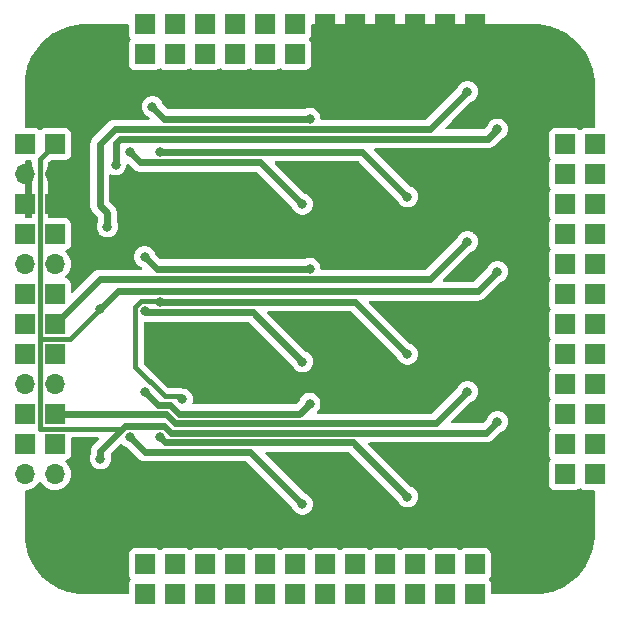
<source format=gbr>
%TF.GenerationSoftware,KiCad,Pcbnew,7.0.5*%
%TF.CreationDate,2024-12-02T20:01:47-05:00*%
%TF.ProjectId,eddie_bldc,65646469-655f-4626-9c64-632e6b696361,rev?*%
%TF.SameCoordinates,Original*%
%TF.FileFunction,Copper,L2,Bot*%
%TF.FilePolarity,Positive*%
%FSLAX46Y46*%
G04 Gerber Fmt 4.6, Leading zero omitted, Abs format (unit mm)*
G04 Created by KiCad (PCBNEW 7.0.5) date 2024-12-02 20:01:47*
%MOMM*%
%LPD*%
G01*
G04 APERTURE LIST*
%TA.AperFunction,ComponentPad*%
%ADD10R,1.700000X1.700000*%
%TD*%
%TA.AperFunction,ComponentPad*%
%ADD11O,1.700000X1.700000*%
%TD*%
%TA.AperFunction,ViaPad*%
%ADD12C,0.800000*%
%TD*%
%TA.AperFunction,ViaPad*%
%ADD13C,4.500000*%
%TD*%
%TA.AperFunction,Conductor*%
%ADD14C,0.400000*%
%TD*%
%TA.AperFunction,Conductor*%
%ADD15C,0.600000*%
%TD*%
G04 APERTURE END LIST*
D10*
%TO.P,J17,1,Pin_1*%
%TO.N,Net-(U5-LO)*%
X35560000Y-60960000D03*
%TD*%
%TO.P,J16,1,Pin_1*%
%TO.N,Net-(U1-HO)*%
X25400000Y-60960000D03*
%TD*%
%TO.P,J16,1,Pin_1*%
%TO.N,Net-(U1-LO)*%
X27940000Y-60960000D03*
%TD*%
%TO.P,J18,1,Pin_1*%
%TO.N,N/C*%
X43180000Y-60960000D03*
%TD*%
%TO.P,J16,1,Pin_1*%
%TO.N,Net-(U3-HO)*%
X30480000Y-60960000D03*
%TD*%
%TO.P,J16,1,Pin_1*%
%TO.N,Net-(U3-LO)*%
X22860000Y-60960000D03*
%TD*%
%TO.P,J17,1,Pin_1*%
%TO.N,N/C*%
X40640000Y-60960000D03*
%TD*%
%TO.P,J17,1,Pin_1*%
%TO.N,Net-(U5-HO)*%
X33020000Y-60960000D03*
%TD*%
%TO.P,J18,1,Pin_1*%
%TO.N,N/C*%
X48260000Y-60960000D03*
%TD*%
%TO.P,J17,1,Pin_1*%
%TO.N,N/C*%
X38100000Y-60960000D03*
%TD*%
%TO.P,J18,1,Pin_1*%
%TO.N,N/C*%
X45720000Y-60960000D03*
%TD*%
%TO.P,J18,1,Pin_1*%
%TO.N,N/C*%
X50800000Y-60960000D03*
%TD*%
%TO.P,J3,1,Pin_1*%
%TO.N,/Single_Phase2/en_hs*%
X12700000Y-48255000D03*
D11*
%TO.P,J3,2,Pin_2*%
%TO.N,/Single_Phase2/en_ls*%
X12700000Y-50795000D03*
%TD*%
D10*
%TO.P,J7,1,Pin_1*%
%TO.N,+5V*%
X12700000Y-22855000D03*
D11*
%TO.P,J7,2,Pin_2*%
%TO.N,GND*%
X12700000Y-25395000D03*
%TD*%
D10*
%TO.P,J5,1,Pin_1*%
%TO.N,/Single_Phase1/I_SENSE*%
X12700000Y-38095000D03*
%TD*%
%TO.P,J1,1,Pin_1*%
%TO.N,/Single_Phase/en_hs*%
X12700000Y-30475000D03*
D11*
%TO.P,J1,2,Pin_2*%
%TO.N,/Single_Phase/en_ls*%
X12700000Y-33015000D03*
%TD*%
D10*
%TO.P,J4,1,Pin_1*%
%TO.N,/Single_Phase/I_SENSE*%
X12700000Y-35555000D03*
%TD*%
%TO.P,J2,1,Pin_1*%
%TO.N,/Single_Phase1/en_hs*%
X12700000Y-40635000D03*
D11*
%TO.P,J2,2,Pin_2*%
%TO.N,/Single_Phase1/en_ls*%
X12700000Y-43175000D03*
%TD*%
D10*
%TO.P,J6,1,Pin_1*%
%TO.N,/Single_Phase2/I_SENSE*%
X12700000Y-45715000D03*
%TD*%
%TO.P,J13,1,Pin_1*%
%TO.N,GND*%
X12700000Y-27935000D03*
%TD*%
%TO.P,J13,1,Pin_1*%
%TO.N,GND*%
X50800000Y-12700000D03*
%TD*%
%TO.P,J12,1,Pin_1*%
%TO.N,VD*%
X25400000Y-12700000D03*
%TD*%
%TO.P,J13,1,Pin_1*%
%TO.N,GND*%
X43180000Y-12700000D03*
%TD*%
%TO.P,J14,1,Pin_1*%
%TO.N,GND*%
X45720000Y-12700000D03*
%TD*%
%TO.P,J12,1,Pin_1*%
%TO.N,VD*%
X33020000Y-12700000D03*
%TD*%
%TO.P,J10,1,Pin_1*%
%TO.N,VD*%
X35560000Y-12700000D03*
%TD*%
%TO.P,J15,1,Pin_1*%
%TO.N,GND*%
X48260000Y-12700000D03*
%TD*%
%TO.P,J11,1,Pin_1*%
%TO.N,VD*%
X30480000Y-12700000D03*
%TD*%
%TO.P,J11,1,Pin_1*%
%TO.N,VD*%
X22860000Y-12700000D03*
%TD*%
%TO.P,J14,1,Pin_1*%
%TO.N,GND*%
X38100000Y-12700000D03*
%TD*%
%TO.P,J10,1,Pin_1*%
%TO.N,VD*%
X27940000Y-12700000D03*
%TD*%
%TO.P,J15,1,Pin_1*%
%TO.N,GND*%
X40640000Y-12700000D03*
%TD*%
%TO.P,J18,1,Pin_1*%
%TO.N,/Single_Phase2/OUTPUT*%
X60960000Y-48260000D03*
%TD*%
%TO.P,J17,1,Pin_1*%
%TO.N,/Single_Phase1/OUTPUT*%
X60960000Y-33020000D03*
%TD*%
%TO.P,J16,1,Pin_1*%
%TO.N,/Single_Phase/OUTPUT*%
X60960000Y-27940000D03*
%TD*%
%TO.P,J18,1,Pin_1*%
%TO.N,/Single_Phase2/OUTPUT*%
X60960000Y-43180000D03*
%TD*%
%TO.P,J16,1,Pin_1*%
%TO.N,/Single_Phase/OUTPUT*%
X60960000Y-30480000D03*
%TD*%
%TO.P,J17,1,Pin_1*%
%TO.N,/Single_Phase1/OUTPUT*%
X60960000Y-38100000D03*
%TD*%
%TO.P,J18,1,Pin_1*%
%TO.N,/Single_Phase2/OUTPUT*%
X60960000Y-50800000D03*
%TD*%
%TO.P,J16,1,Pin_1*%
%TO.N,/Single_Phase/OUTPUT*%
X60960000Y-22860000D03*
%TD*%
%TO.P,J17,1,Pin_1*%
%TO.N,/Single_Phase1/OUTPUT*%
X60960000Y-35560000D03*
%TD*%
%TO.P,J17,1,Pin_1*%
%TO.N,/Single_Phase1/OUTPUT*%
X60960000Y-40640000D03*
%TD*%
%TO.P,J16,1,Pin_1*%
%TO.N,/Single_Phase/OUTPUT*%
X60960000Y-25400000D03*
%TD*%
%TO.P,J18,1,Pin_1*%
%TO.N,/Single_Phase2/OUTPUT*%
X60960000Y-45720000D03*
%TD*%
%TO.P,J13,1,Pin_1*%
%TO.N,GND*%
X15240000Y-27940000D03*
%TD*%
%TO.P,J18,1,Pin_1*%
%TO.N,N/C*%
X45720000Y-58420000D03*
%TD*%
%TO.P,J11,1,Pin_1*%
%TO.N,VD*%
X30480000Y-15240000D03*
%TD*%
%TO.P,J14,1,Pin_1*%
%TO.N,GND*%
X38100000Y-15240000D03*
%TD*%
%TO.P,J17,1,Pin_1*%
%TO.N,N/C*%
X38100000Y-58420000D03*
%TD*%
%TO.P,J15,1,Pin_1*%
%TO.N,GND*%
X48260000Y-15240000D03*
%TD*%
%TO.P,J2,1,Pin_1*%
%TO.N,/Single_Phase1/en_hs*%
X15240000Y-40640000D03*
D11*
%TO.P,J2,2,Pin_2*%
%TO.N,/Single_Phase1/en_ls*%
X15240000Y-43180000D03*
%TD*%
D10*
%TO.P,J11,1,Pin_1*%
%TO.N,VD*%
X22860000Y-15240000D03*
%TD*%
%TO.P,J18,1,Pin_1*%
%TO.N,N/C*%
X50800000Y-58420000D03*
%TD*%
%TO.P,J15,1,Pin_1*%
%TO.N,GND*%
X40640000Y-15240000D03*
%TD*%
%TO.P,J6,1,Pin_1*%
%TO.N,/Single_Phase2/I_SENSE*%
X15240000Y-45720000D03*
%TD*%
%TO.P,J18,1,Pin_1*%
%TO.N,/Single_Phase2/OUTPUT*%
X58420000Y-45720000D03*
%TD*%
%TO.P,J18,1,Pin_1*%
%TO.N,N/C*%
X48260000Y-58420000D03*
%TD*%
%TO.P,J10,1,Pin_1*%
%TO.N,VD*%
X27940000Y-15240000D03*
%TD*%
%TO.P,J17,1,Pin_1*%
%TO.N,/Single_Phase1/OUTPUT*%
X58420000Y-38100000D03*
%TD*%
%TO.P,J12,1,Pin_1*%
%TO.N,VD*%
X33020000Y-15240000D03*
%TD*%
%TO.P,J17,1,Pin_1*%
%TO.N,/Single_Phase1/OUTPUT*%
X58420000Y-35560000D03*
%TD*%
%TO.P,J17,1,Pin_1*%
%TO.N,N/C*%
X40640000Y-58420000D03*
%TD*%
%TO.P,J17,1,Pin_1*%
%TO.N,Net-(U5-HO)*%
X33020000Y-58420000D03*
%TD*%
%TO.P,J16,1,Pin_1*%
%TO.N,/Single_Phase/OUTPUT*%
X58420000Y-22860000D03*
%TD*%
%TO.P,J16,1,Pin_1*%
%TO.N,/Single_Phase/OUTPUT*%
X58420000Y-25400000D03*
%TD*%
%TO.P,J18,1,Pin_1*%
%TO.N,/Single_Phase2/OUTPUT*%
X58420000Y-50800000D03*
%TD*%
%TO.P,J1,1,Pin_1*%
%TO.N,/Single_Phase/en_hs*%
X15240000Y-30480000D03*
D11*
%TO.P,J1,2,Pin_2*%
%TO.N,/Single_Phase/en_ls*%
X15240000Y-33020000D03*
%TD*%
D10*
%TO.P,J4,1,Pin_1*%
%TO.N,/Single_Phase/I_SENSE*%
X15240000Y-35560000D03*
%TD*%
%TO.P,J17,1,Pin_1*%
%TO.N,/Single_Phase1/OUTPUT*%
X58420000Y-40640000D03*
%TD*%
%TO.P,J14,1,Pin_1*%
%TO.N,GND*%
X45720000Y-15240000D03*
%TD*%
%TO.P,J10,1,Pin_1*%
%TO.N,VD*%
X35560000Y-15240000D03*
%TD*%
%TO.P,J16,1,Pin_1*%
%TO.N,Net-(U3-LO)*%
X22860000Y-58420000D03*
%TD*%
%TO.P,J16,1,Pin_1*%
%TO.N,Net-(U3-HO)*%
X30480000Y-58420000D03*
%TD*%
%TO.P,J13,1,Pin_1*%
%TO.N,GND*%
X43180000Y-15240000D03*
%TD*%
%TO.P,J5,1,Pin_1*%
%TO.N,/Single_Phase1/I_SENSE*%
X15240000Y-38100000D03*
%TD*%
%TO.P,J7,1,Pin_1*%
%TO.N,+5V*%
X15240000Y-22860000D03*
D11*
%TO.P,J7,2,Pin_2*%
%TO.N,GND*%
X15240000Y-25400000D03*
%TD*%
D10*
%TO.P,J3,1,Pin_1*%
%TO.N,/Single_Phase2/en_hs*%
X15240000Y-48260000D03*
D11*
%TO.P,J3,2,Pin_2*%
%TO.N,/Single_Phase2/en_ls*%
X15240000Y-50800000D03*
%TD*%
D10*
%TO.P,J16,1,Pin_1*%
%TO.N,Net-(U1-LO)*%
X27940000Y-58420000D03*
%TD*%
%TO.P,J13,1,Pin_1*%
%TO.N,GND*%
X50800000Y-15240000D03*
%TD*%
%TO.P,J16,1,Pin_1*%
%TO.N,/Single_Phase/OUTPUT*%
X58420000Y-30480000D03*
%TD*%
%TO.P,J18,1,Pin_1*%
%TO.N,/Single_Phase2/OUTPUT*%
X58420000Y-43180000D03*
%TD*%
%TO.P,J12,1,Pin_1*%
%TO.N,VD*%
X25400000Y-15240000D03*
%TD*%
%TO.P,J16,1,Pin_1*%
%TO.N,Net-(U1-HO)*%
X25400000Y-58420000D03*
%TD*%
%TO.P,J16,1,Pin_1*%
%TO.N,/Single_Phase/OUTPUT*%
X58420000Y-27940000D03*
%TD*%
%TO.P,J17,1,Pin_1*%
%TO.N,/Single_Phase1/OUTPUT*%
X58420000Y-33020000D03*
%TD*%
%TO.P,J18,1,Pin_1*%
%TO.N,/Single_Phase2/OUTPUT*%
X58420000Y-48260000D03*
%TD*%
%TO.P,J17,1,Pin_1*%
%TO.N,Net-(U5-LO)*%
X35560000Y-58420000D03*
%TD*%
%TO.P,J18,1,Pin_1*%
%TO.N,N/C*%
X43180000Y-58420000D03*
%TD*%
D12*
%TO.N,Net-(U3-LO)*%
X26035000Y-44450000D03*
%TO.N,+5V*%
X19104050Y-49475950D03*
X52705000Y-21590000D03*
X20394802Y-24597609D03*
X19050000Y-36830000D03*
X52705000Y-33655000D03*
X52705000Y-46355000D03*
D13*
%TO.N,GND*%
X17780000Y-55900000D03*
D12*
X23495000Y-53975000D03*
D13*
X55930000Y-56140000D03*
D12*
X42545000Y-53975000D03*
X43180000Y-41910000D03*
X23495000Y-29845000D03*
D13*
X55930000Y-18020000D03*
D12*
X43180000Y-28575000D03*
D13*
X17780000Y-17780000D03*
D12*
X24103635Y-41936365D03*
%TO.N,/Single_Phase/OUTPUT_PRE_S*%
X36830000Y-20690500D03*
X23495000Y-19685000D03*
%TO.N,Net-(U1-HO)*%
X21590000Y-23495000D03*
X36195000Y-27940000D03*
%TO.N,Net-(U1-LO)*%
X24130000Y-23495000D03*
X45085000Y-27305000D03*
%TO.N,/Single_Phase/I_SENSE*%
X50165000Y-18415000D03*
X19686043Y-29846043D03*
%TO.N,/Single_Phase1/OUTPUT_PRE_S*%
X36830000Y-33390500D03*
X22860000Y-32385000D03*
%TO.N,/Single_Phase2/OUTPUT_PRE_S*%
X36830000Y-44820500D03*
X22860000Y-43815000D03*
%TO.N,Net-(U3-HO)*%
X36195000Y-41275000D03*
X22860000Y-36963585D03*
%TO.N,Net-(U3-LO)*%
X45085000Y-40640000D03*
X24130000Y-36195000D03*
%TO.N,/Single_Phase1/I_SENSE*%
X50165000Y-31115000D03*
%TO.N,Net-(U5-HO)*%
X36195000Y-53340000D03*
X21590000Y-47625000D03*
%TO.N,Net-(U5-LO)*%
X24130000Y-47625000D03*
X45085000Y-52705000D03*
%TO.N,/Single_Phase2/I_SENSE*%
X50165000Y-43815000D03*
%TD*%
D14*
%TO.N,Net-(U3-LO)*%
X25805000Y-44220000D02*
X26035000Y-44450000D01*
X24535000Y-44220000D02*
X25805000Y-44220000D01*
X22060000Y-41745000D02*
X24535000Y-44220000D01*
X22060000Y-36632214D02*
X22060000Y-41745000D01*
X22528629Y-36163585D02*
X22060000Y-36632214D01*
X24098585Y-36163585D02*
X22528629Y-36163585D01*
X24130000Y-36195000D02*
X24098585Y-36163585D01*
D15*
%TO.N,/Single_Phase2/OUTPUT_PRE_S*%
X23965000Y-44920000D02*
X22860000Y-43815000D01*
X24960533Y-44920000D02*
X23965000Y-44920000D01*
X25735533Y-45695000D02*
X24960533Y-44920000D01*
X36830000Y-44820500D02*
X35955500Y-45695000D01*
X35955500Y-45695000D02*
X25735533Y-45695000D01*
%TO.N,/Single_Phase2/I_SENSE*%
X24629163Y-45720000D02*
X15240000Y-45720000D01*
X25404163Y-46495000D02*
X24629163Y-45720000D01*
X47485000Y-46495000D02*
X25404163Y-46495000D01*
X50165000Y-43815000D02*
X47485000Y-46495000D01*
%TO.N,+5V*%
X25072793Y-47295000D02*
X51765000Y-47295000D01*
X51765000Y-47295000D02*
X52705000Y-46355000D01*
X24502793Y-46725000D02*
X25072793Y-47295000D01*
X21217207Y-46725000D02*
X24502793Y-46725000D01*
%TO.N,Net-(U5-LO)*%
X24600000Y-48095000D02*
X24130000Y-47625000D01*
X40475000Y-48095000D02*
X24600000Y-48095000D01*
X45085000Y-52705000D02*
X40475000Y-48095000D01*
%TO.N,Net-(U5-HO)*%
X22860000Y-48895000D02*
X21590000Y-47625000D01*
X31750000Y-48895000D02*
X22860000Y-48895000D01*
X36195000Y-53340000D02*
X31750000Y-48895000D01*
D14*
%TO.N,+5V*%
X20972207Y-46970000D02*
X21217207Y-46725000D01*
X13970000Y-46950000D02*
X13990000Y-46970000D01*
X13970000Y-39330000D02*
X13970000Y-46950000D01*
X13990000Y-46970000D02*
X20972207Y-46970000D01*
X13970000Y-39330000D02*
X14010000Y-39370000D01*
X14010000Y-39370000D02*
X16510000Y-39370000D01*
X16510000Y-39370000D02*
X19050000Y-36830000D01*
X13970000Y-24130000D02*
X13970000Y-39330000D01*
X15240000Y-22860000D02*
X13970000Y-24130000D01*
D15*
%TO.N,Net-(U3-HO)*%
X32015000Y-37095000D02*
X36195000Y-41275000D01*
X22860000Y-36963585D02*
X22991415Y-37095000D01*
X22991415Y-37095000D02*
X32015000Y-37095000D01*
%TO.N,+5V*%
X19104050Y-48838157D02*
X21217207Y-46725000D01*
X19104050Y-49475950D02*
X19104050Y-48838157D01*
X20585000Y-35295000D02*
X51065000Y-35295000D01*
X20394802Y-24597609D02*
X20394802Y-22785198D01*
X20790000Y-22390000D02*
X51905000Y-22390000D01*
X51065000Y-35295000D02*
X52705000Y-33655000D01*
X51905000Y-22390000D02*
X52705000Y-21590000D01*
X20394802Y-22785198D02*
X20790000Y-22390000D01*
X19050000Y-36830000D02*
X20585000Y-35295000D01*
%TO.N,/Single_Phase/OUTPUT_PRE_S*%
X36830000Y-20690500D02*
X24500500Y-20690500D01*
X24500500Y-20690500D02*
X23495000Y-19685000D01*
%TO.N,Net-(U1-HO)*%
X32650000Y-24395000D02*
X22490000Y-24395000D01*
X22490000Y-24395000D02*
X21590000Y-23495000D01*
X36195000Y-27940000D02*
X32650000Y-24395000D01*
%TO.N,Net-(U1-LO)*%
X45085000Y-27305000D02*
X41275000Y-23495000D01*
X41275000Y-23495000D02*
X24130000Y-23495000D01*
%TO.N,/Single_Phase/I_SENSE*%
X19050000Y-22860000D02*
X20320000Y-21590000D01*
X19686043Y-28678957D02*
X19050000Y-28042914D01*
X19050000Y-28042914D02*
X19050000Y-22860000D01*
X19686043Y-29846043D02*
X19686043Y-28678957D01*
X20320000Y-21590000D02*
X46990000Y-21590000D01*
X46990000Y-21590000D02*
X50165000Y-18415000D01*
%TO.N,/Single_Phase1/OUTPUT_PRE_S*%
X23865500Y-33390500D02*
X22860000Y-32385000D01*
X36830000Y-33390500D02*
X23865500Y-33390500D01*
%TO.N,Net-(U3-LO)*%
X45085000Y-40640000D02*
X40640000Y-36195000D01*
X40640000Y-36195000D02*
X24130000Y-36195000D01*
%TO.N,/Single_Phase1/I_SENSE*%
X19050000Y-34290000D02*
X15240000Y-38100000D01*
X50165000Y-31115000D02*
X46990000Y-34290000D01*
X46990000Y-34290000D02*
X19050000Y-34290000D01*
%TD*%
%TA.AperFunction,Conductor*%
%TO.N,GND*%
G36*
X21452540Y-12720185D02*
G01*
X21498295Y-12772989D01*
X21509501Y-12824500D01*
X21509501Y-13597876D01*
X21515908Y-13657483D01*
X21566202Y-13792328D01*
X21566203Y-13792330D01*
X21592284Y-13827169D01*
X21643576Y-13895687D01*
X21643578Y-13895689D01*
X21667995Y-13961153D01*
X21653144Y-14029426D01*
X21643578Y-14044311D01*
X21566203Y-14147669D01*
X21566202Y-14147671D01*
X21515908Y-14282517D01*
X21509756Y-14339748D01*
X21509501Y-14342123D01*
X21509500Y-14342135D01*
X21509500Y-16137870D01*
X21509501Y-16137876D01*
X21515908Y-16197483D01*
X21566202Y-16332328D01*
X21566206Y-16332335D01*
X21652452Y-16447544D01*
X21652455Y-16447547D01*
X21767664Y-16533793D01*
X21767671Y-16533797D01*
X21902517Y-16584091D01*
X21902516Y-16584091D01*
X21909444Y-16584835D01*
X21962127Y-16590500D01*
X23757872Y-16590499D01*
X23817483Y-16584091D01*
X23952331Y-16533796D01*
X24055690Y-16456421D01*
X24121152Y-16432004D01*
X24189425Y-16446855D01*
X24204303Y-16456416D01*
X24307665Y-16533793D01*
X24307668Y-16533795D01*
X24307671Y-16533797D01*
X24442517Y-16584091D01*
X24442516Y-16584091D01*
X24449444Y-16584835D01*
X24502127Y-16590500D01*
X26297872Y-16590499D01*
X26357483Y-16584091D01*
X26492331Y-16533796D01*
X26595690Y-16456421D01*
X26661152Y-16432004D01*
X26729425Y-16446855D01*
X26744303Y-16456416D01*
X26847665Y-16533793D01*
X26847668Y-16533795D01*
X26847671Y-16533797D01*
X26982517Y-16584091D01*
X26982516Y-16584091D01*
X26989444Y-16584835D01*
X27042127Y-16590500D01*
X28837872Y-16590499D01*
X28897483Y-16584091D01*
X29032331Y-16533796D01*
X29135690Y-16456421D01*
X29201152Y-16432004D01*
X29269425Y-16446855D01*
X29284303Y-16456416D01*
X29387665Y-16533793D01*
X29387668Y-16533795D01*
X29387671Y-16533797D01*
X29522517Y-16584091D01*
X29522516Y-16584091D01*
X29529444Y-16584835D01*
X29582127Y-16590500D01*
X31377872Y-16590499D01*
X31437483Y-16584091D01*
X31572331Y-16533796D01*
X31675690Y-16456421D01*
X31741152Y-16432004D01*
X31809425Y-16446855D01*
X31824303Y-16456416D01*
X31927665Y-16533793D01*
X31927668Y-16533795D01*
X31927671Y-16533797D01*
X32062517Y-16584091D01*
X32062516Y-16584091D01*
X32069444Y-16584835D01*
X32122127Y-16590500D01*
X33917872Y-16590499D01*
X33977483Y-16584091D01*
X34112331Y-16533796D01*
X34215690Y-16456421D01*
X34281152Y-16432004D01*
X34349425Y-16446855D01*
X34364303Y-16456416D01*
X34467665Y-16533793D01*
X34467668Y-16533795D01*
X34467671Y-16533797D01*
X34602517Y-16584091D01*
X34602516Y-16584091D01*
X34609444Y-16584835D01*
X34662127Y-16590500D01*
X36457872Y-16590499D01*
X36517483Y-16584091D01*
X36652331Y-16533796D01*
X36767546Y-16447546D01*
X36853796Y-16332331D01*
X36904091Y-16197483D01*
X36910500Y-16137873D01*
X36910499Y-14342128D01*
X36904091Y-14282517D01*
X36899669Y-14270662D01*
X36853797Y-14147671D01*
X36853793Y-14147664D01*
X36776422Y-14044310D01*
X36752004Y-13978846D01*
X36766855Y-13910573D01*
X36776411Y-13895702D01*
X36853796Y-13792331D01*
X36904091Y-13657483D01*
X36910500Y-13597873D01*
X36910500Y-12824499D01*
X36930185Y-12757461D01*
X36982989Y-12711706D01*
X37034500Y-12700500D01*
X55878720Y-12700500D01*
X55881279Y-12700552D01*
X56097547Y-12709497D01*
X56302732Y-12718456D01*
X56307654Y-12718870D01*
X56525758Y-12746057D01*
X56730849Y-12773058D01*
X56735420Y-12773837D01*
X56950328Y-12818898D01*
X57152714Y-12863766D01*
X57156969Y-12864869D01*
X57367452Y-12927533D01*
X57565378Y-12989939D01*
X57569180Y-12991277D01*
X57773348Y-13070944D01*
X57774453Y-13071388D01*
X57910777Y-13127856D01*
X57965763Y-13150632D01*
X57969246Y-13152202D01*
X58166123Y-13248450D01*
X58167341Y-13249064D01*
X58297930Y-13317045D01*
X58351061Y-13344704D01*
X58354170Y-13346437D01*
X58542329Y-13458555D01*
X58543839Y-13459485D01*
X58718522Y-13570771D01*
X58721203Y-13572580D01*
X58818020Y-13641706D01*
X58899439Y-13699838D01*
X58901155Y-13701109D01*
X59065405Y-13827142D01*
X59067733Y-13829019D01*
X59234843Y-13970554D01*
X59236648Y-13972143D01*
X59389339Y-14112059D01*
X59391255Y-14113893D01*
X59546104Y-14268742D01*
X59547942Y-14270662D01*
X59613435Y-14342135D01*
X59687844Y-14423338D01*
X59689444Y-14425155D01*
X59830979Y-14592265D01*
X59832856Y-14594593D01*
X59958889Y-14758843D01*
X59960160Y-14760559D01*
X60087412Y-14938786D01*
X60089239Y-14941494D01*
X60200490Y-15116123D01*
X60201443Y-15117669D01*
X60313561Y-15305828D01*
X60315294Y-15308937D01*
X60410896Y-15492583D01*
X60411582Y-15493942D01*
X60437400Y-15546754D01*
X60507786Y-15690731D01*
X60509366Y-15694235D01*
X60588596Y-15885512D01*
X60589074Y-15886701D01*
X60621194Y-15969017D01*
X60668708Y-16090785D01*
X60670072Y-16094657D01*
X60732463Y-16292540D01*
X60795124Y-16503013D01*
X60796232Y-16507286D01*
X60841103Y-16709682D01*
X60886157Y-16924559D01*
X60886947Y-16929192D01*
X60913943Y-17134252D01*
X60941126Y-17352322D01*
X60941543Y-17357288D01*
X60950518Y-17562844D01*
X60959446Y-17778718D01*
X60959499Y-17781281D01*
X60959500Y-21385500D01*
X60939815Y-21452539D01*
X60887011Y-21498294D01*
X60835500Y-21509500D01*
X60062129Y-21509500D01*
X60062123Y-21509501D01*
X60002516Y-21515908D01*
X59867671Y-21566202D01*
X59867669Y-21566203D01*
X59778216Y-21633168D01*
X59767651Y-21641078D01*
X59764311Y-21643578D01*
X59698847Y-21667995D01*
X59630574Y-21653144D01*
X59615689Y-21643578D01*
X59612349Y-21641078D01*
X59544117Y-21589999D01*
X59512330Y-21566203D01*
X59512328Y-21566202D01*
X59377482Y-21515908D01*
X59377483Y-21515908D01*
X59317883Y-21509501D01*
X59317881Y-21509500D01*
X59317873Y-21509500D01*
X59317864Y-21509500D01*
X57522129Y-21509500D01*
X57522123Y-21509501D01*
X57462516Y-21515908D01*
X57327671Y-21566202D01*
X57327664Y-21566206D01*
X57212455Y-21652452D01*
X57212452Y-21652455D01*
X57126206Y-21767664D01*
X57126202Y-21767671D01*
X57075908Y-21902517D01*
X57069914Y-21958277D01*
X57069501Y-21962123D01*
X57069500Y-21962135D01*
X57069500Y-23757870D01*
X57069501Y-23757876D01*
X57075908Y-23817483D01*
X57126202Y-23952328D01*
X57126203Y-23952330D01*
X57203578Y-24055689D01*
X57227995Y-24121153D01*
X57213144Y-24189426D01*
X57203578Y-24204311D01*
X57126203Y-24307669D01*
X57126202Y-24307671D01*
X57075908Y-24442517D01*
X57069501Y-24502116D01*
X57069500Y-24502135D01*
X57069500Y-26297870D01*
X57069501Y-26297876D01*
X57075908Y-26357483D01*
X57126202Y-26492328D01*
X57126203Y-26492330D01*
X57203578Y-26595689D01*
X57227995Y-26661153D01*
X57213144Y-26729426D01*
X57203578Y-26744311D01*
X57126203Y-26847669D01*
X57126202Y-26847671D01*
X57075908Y-26982517D01*
X57069501Y-27042116D01*
X57069500Y-27042135D01*
X57069500Y-28837870D01*
X57069501Y-28837876D01*
X57075908Y-28897483D01*
X57126202Y-29032328D01*
X57126203Y-29032330D01*
X57203578Y-29135689D01*
X57227995Y-29201153D01*
X57213144Y-29269426D01*
X57203578Y-29284311D01*
X57126203Y-29387669D01*
X57126202Y-29387671D01*
X57075908Y-29522517D01*
X57069501Y-29582116D01*
X57069501Y-29582123D01*
X57069500Y-29582135D01*
X57069500Y-31377870D01*
X57069501Y-31377876D01*
X57075908Y-31437483D01*
X57126202Y-31572328D01*
X57126203Y-31572330D01*
X57203578Y-31675689D01*
X57227995Y-31741153D01*
X57213144Y-31809426D01*
X57203578Y-31824311D01*
X57126203Y-31927669D01*
X57126202Y-31927671D01*
X57075908Y-32062517D01*
X57069501Y-32122116D01*
X57069500Y-32122135D01*
X57069500Y-33917870D01*
X57069501Y-33917876D01*
X57075908Y-33977483D01*
X57126202Y-34112328D01*
X57126203Y-34112330D01*
X57203578Y-34215689D01*
X57227995Y-34281153D01*
X57213144Y-34349426D01*
X57203578Y-34364311D01*
X57126203Y-34467669D01*
X57126202Y-34467671D01*
X57075908Y-34602517D01*
X57069501Y-34662116D01*
X57069501Y-34662123D01*
X57069500Y-34662135D01*
X57069500Y-36457870D01*
X57069501Y-36457876D01*
X57075908Y-36517483D01*
X57126202Y-36652328D01*
X57126203Y-36652330D01*
X57203578Y-36755689D01*
X57227995Y-36821153D01*
X57213144Y-36889426D01*
X57203578Y-36904311D01*
X57126203Y-37007669D01*
X57126202Y-37007671D01*
X57075908Y-37142517D01*
X57069501Y-37202116D01*
X57069500Y-37202135D01*
X57069500Y-38997870D01*
X57069501Y-38997876D01*
X57075908Y-39057483D01*
X57126202Y-39192328D01*
X57126203Y-39192330D01*
X57203578Y-39295689D01*
X57227995Y-39361153D01*
X57213144Y-39429426D01*
X57203578Y-39444311D01*
X57126203Y-39547669D01*
X57126202Y-39547671D01*
X57075908Y-39682517D01*
X57069501Y-39742116D01*
X57069500Y-39742135D01*
X57069500Y-41537870D01*
X57069501Y-41537876D01*
X57075908Y-41597483D01*
X57126202Y-41732328D01*
X57126203Y-41732330D01*
X57203578Y-41835689D01*
X57227995Y-41901153D01*
X57213144Y-41969426D01*
X57203578Y-41984311D01*
X57126203Y-42087669D01*
X57126202Y-42087671D01*
X57075908Y-42222517D01*
X57069501Y-42282116D01*
X57069500Y-42282135D01*
X57069500Y-44077870D01*
X57069501Y-44077876D01*
X57075908Y-44137483D01*
X57126202Y-44272328D01*
X57126203Y-44272330D01*
X57203578Y-44375689D01*
X57227995Y-44441153D01*
X57213144Y-44509426D01*
X57203578Y-44524311D01*
X57126203Y-44627669D01*
X57126202Y-44627671D01*
X57075908Y-44762517D01*
X57069501Y-44822116D01*
X57069500Y-44822135D01*
X57069500Y-46617870D01*
X57069501Y-46617876D01*
X57075908Y-46677483D01*
X57126202Y-46812328D01*
X57126203Y-46812330D01*
X57203578Y-46915689D01*
X57227995Y-46981153D01*
X57213144Y-47049426D01*
X57203578Y-47064311D01*
X57126203Y-47167669D01*
X57126202Y-47167671D01*
X57075908Y-47302517D01*
X57069501Y-47362116D01*
X57069500Y-47362135D01*
X57069500Y-49157870D01*
X57069501Y-49157876D01*
X57075908Y-49217483D01*
X57126202Y-49352328D01*
X57126203Y-49352330D01*
X57203578Y-49455689D01*
X57227995Y-49521153D01*
X57213144Y-49589426D01*
X57203578Y-49604311D01*
X57126203Y-49707669D01*
X57126202Y-49707671D01*
X57075908Y-49842517D01*
X57069501Y-49902116D01*
X57069500Y-49902135D01*
X57069500Y-51697870D01*
X57069501Y-51697876D01*
X57075908Y-51757483D01*
X57126202Y-51892328D01*
X57126206Y-51892335D01*
X57212452Y-52007544D01*
X57212455Y-52007547D01*
X57327664Y-52093793D01*
X57327671Y-52093797D01*
X57462517Y-52144091D01*
X57462516Y-52144091D01*
X57469444Y-52144835D01*
X57522127Y-52150500D01*
X59317872Y-52150499D01*
X59377483Y-52144091D01*
X59512331Y-52093796D01*
X59615690Y-52016421D01*
X59681152Y-51992004D01*
X59749425Y-52006855D01*
X59764303Y-52016416D01*
X59867665Y-52093793D01*
X59867668Y-52093795D01*
X59867671Y-52093797D01*
X60002517Y-52144091D01*
X60002516Y-52144091D01*
X60009444Y-52144835D01*
X60062127Y-52150500D01*
X60835500Y-52150499D01*
X60902539Y-52170183D01*
X60948294Y-52222987D01*
X60959500Y-52274499D01*
X60959500Y-55878719D01*
X60959447Y-55881281D01*
X60950518Y-56097156D01*
X60941543Y-56302710D01*
X60941126Y-56307676D01*
X60913943Y-56525746D01*
X60886947Y-56730806D01*
X60886157Y-56735439D01*
X60841103Y-56950316D01*
X60796232Y-57152712D01*
X60795124Y-57156985D01*
X60732463Y-57367458D01*
X60670072Y-57565341D01*
X60668700Y-57569237D01*
X60589074Y-57773297D01*
X60588596Y-57774486D01*
X60509366Y-57965763D01*
X60507786Y-57969267D01*
X60411602Y-58166016D01*
X60410896Y-58167415D01*
X60315294Y-58351061D01*
X60313561Y-58354170D01*
X60201443Y-58542329D01*
X60200472Y-58543905D01*
X60089244Y-58718497D01*
X60087412Y-58721212D01*
X59960160Y-58899439D01*
X59958889Y-58901155D01*
X59832856Y-59065405D01*
X59830979Y-59067733D01*
X59689444Y-59234843D01*
X59687844Y-59236660D01*
X59547952Y-59389325D01*
X59546082Y-59391279D01*
X59391279Y-59546082D01*
X59389325Y-59547952D01*
X59236660Y-59687844D01*
X59234843Y-59689444D01*
X59067733Y-59830979D01*
X59065405Y-59832856D01*
X58901155Y-59958889D01*
X58899439Y-59960160D01*
X58721212Y-60087412D01*
X58718497Y-60089244D01*
X58543905Y-60200472D01*
X58542329Y-60201443D01*
X58354170Y-60313561D01*
X58351061Y-60315294D01*
X58167415Y-60410896D01*
X58166016Y-60411602D01*
X57969267Y-60507786D01*
X57965763Y-60509366D01*
X57774486Y-60588596D01*
X57773297Y-60589074D01*
X57569237Y-60668700D01*
X57565341Y-60670072D01*
X57367458Y-60732463D01*
X57156985Y-60795124D01*
X57152712Y-60796232D01*
X56950316Y-60841103D01*
X56735439Y-60886157D01*
X56730806Y-60886947D01*
X56525746Y-60913943D01*
X56307676Y-60941126D01*
X56302710Y-60941543D01*
X56097266Y-60950513D01*
X55887125Y-60959205D01*
X55881280Y-60959447D01*
X55878720Y-60959500D01*
X52274499Y-60959500D01*
X52207460Y-60939815D01*
X52161705Y-60887011D01*
X52150499Y-60835500D01*
X52150499Y-60062129D01*
X52150498Y-60062123D01*
X52150497Y-60062116D01*
X52144091Y-60002517D01*
X52093796Y-59867669D01*
X52016421Y-59764309D01*
X51992004Y-59698848D01*
X52006855Y-59630575D01*
X52016416Y-59615696D01*
X52093796Y-59512331D01*
X52144091Y-59377483D01*
X52150500Y-59317873D01*
X52150499Y-57522128D01*
X52144091Y-57462517D01*
X52108636Y-57367458D01*
X52093797Y-57327671D01*
X52093793Y-57327664D01*
X52007547Y-57212455D01*
X52007544Y-57212452D01*
X51892335Y-57126206D01*
X51892328Y-57126202D01*
X51757482Y-57075908D01*
X51757483Y-57075908D01*
X51697883Y-57069501D01*
X51697881Y-57069500D01*
X51697873Y-57069500D01*
X51697864Y-57069500D01*
X49902129Y-57069500D01*
X49902123Y-57069501D01*
X49842516Y-57075908D01*
X49707671Y-57126202D01*
X49707669Y-57126203D01*
X49604311Y-57203578D01*
X49538847Y-57227995D01*
X49470574Y-57213144D01*
X49455689Y-57203578D01*
X49352330Y-57126203D01*
X49352328Y-57126202D01*
X49217482Y-57075908D01*
X49217483Y-57075908D01*
X49157883Y-57069501D01*
X49157881Y-57069500D01*
X49157873Y-57069500D01*
X49157864Y-57069500D01*
X47362129Y-57069500D01*
X47362123Y-57069501D01*
X47302516Y-57075908D01*
X47167671Y-57126202D01*
X47167669Y-57126203D01*
X47064311Y-57203578D01*
X46998847Y-57227995D01*
X46930574Y-57213144D01*
X46915689Y-57203578D01*
X46812330Y-57126203D01*
X46812328Y-57126202D01*
X46677482Y-57075908D01*
X46677483Y-57075908D01*
X46617883Y-57069501D01*
X46617881Y-57069500D01*
X46617873Y-57069500D01*
X46617864Y-57069500D01*
X44822129Y-57069500D01*
X44822123Y-57069501D01*
X44762516Y-57075908D01*
X44627671Y-57126202D01*
X44627669Y-57126203D01*
X44524311Y-57203578D01*
X44458847Y-57227995D01*
X44390574Y-57213144D01*
X44375689Y-57203578D01*
X44272330Y-57126203D01*
X44272328Y-57126202D01*
X44137482Y-57075908D01*
X44137483Y-57075908D01*
X44077883Y-57069501D01*
X44077881Y-57069500D01*
X44077873Y-57069500D01*
X44077864Y-57069500D01*
X42282129Y-57069500D01*
X42282123Y-57069501D01*
X42222516Y-57075908D01*
X42087671Y-57126202D01*
X42087669Y-57126203D01*
X41984311Y-57203578D01*
X41918847Y-57227995D01*
X41850574Y-57213144D01*
X41835689Y-57203578D01*
X41732330Y-57126203D01*
X41732328Y-57126202D01*
X41597482Y-57075908D01*
X41597483Y-57075908D01*
X41537883Y-57069501D01*
X41537881Y-57069500D01*
X41537873Y-57069500D01*
X41537864Y-57069500D01*
X39742129Y-57069500D01*
X39742123Y-57069501D01*
X39682516Y-57075908D01*
X39547671Y-57126202D01*
X39547669Y-57126203D01*
X39444311Y-57203578D01*
X39378847Y-57227995D01*
X39310574Y-57213144D01*
X39295689Y-57203578D01*
X39192330Y-57126203D01*
X39192328Y-57126202D01*
X39057482Y-57075908D01*
X39057483Y-57075908D01*
X38997883Y-57069501D01*
X38997881Y-57069500D01*
X38997873Y-57069500D01*
X38997864Y-57069500D01*
X37202129Y-57069500D01*
X37202123Y-57069501D01*
X37142516Y-57075908D01*
X37007671Y-57126202D01*
X37007669Y-57126203D01*
X36904311Y-57203578D01*
X36838847Y-57227995D01*
X36770574Y-57213144D01*
X36755689Y-57203578D01*
X36652330Y-57126203D01*
X36652328Y-57126202D01*
X36517482Y-57075908D01*
X36517483Y-57075908D01*
X36457883Y-57069501D01*
X36457881Y-57069500D01*
X36457873Y-57069500D01*
X36457864Y-57069500D01*
X34662129Y-57069500D01*
X34662123Y-57069501D01*
X34602516Y-57075908D01*
X34467671Y-57126202D01*
X34467669Y-57126203D01*
X34364311Y-57203578D01*
X34298847Y-57227995D01*
X34230574Y-57213144D01*
X34215689Y-57203578D01*
X34112330Y-57126203D01*
X34112328Y-57126202D01*
X33977482Y-57075908D01*
X33977483Y-57075908D01*
X33917883Y-57069501D01*
X33917881Y-57069500D01*
X33917873Y-57069500D01*
X33917864Y-57069500D01*
X32122129Y-57069500D01*
X32122123Y-57069501D01*
X32062516Y-57075908D01*
X31927671Y-57126202D01*
X31927669Y-57126203D01*
X31824311Y-57203578D01*
X31758847Y-57227995D01*
X31690574Y-57213144D01*
X31675689Y-57203578D01*
X31572330Y-57126203D01*
X31572328Y-57126202D01*
X31437482Y-57075908D01*
X31437483Y-57075908D01*
X31377883Y-57069501D01*
X31377881Y-57069500D01*
X31377873Y-57069500D01*
X31377864Y-57069500D01*
X29582129Y-57069500D01*
X29582123Y-57069501D01*
X29522516Y-57075908D01*
X29387671Y-57126202D01*
X29387669Y-57126203D01*
X29284311Y-57203578D01*
X29218847Y-57227995D01*
X29150574Y-57213144D01*
X29135689Y-57203578D01*
X29032330Y-57126203D01*
X29032328Y-57126202D01*
X28897482Y-57075908D01*
X28897483Y-57075908D01*
X28837883Y-57069501D01*
X28837881Y-57069500D01*
X28837873Y-57069500D01*
X28837864Y-57069500D01*
X27042129Y-57069500D01*
X27042123Y-57069501D01*
X26982516Y-57075908D01*
X26847671Y-57126202D01*
X26847669Y-57126203D01*
X26744311Y-57203578D01*
X26678847Y-57227995D01*
X26610574Y-57213144D01*
X26595689Y-57203578D01*
X26492330Y-57126203D01*
X26492328Y-57126202D01*
X26357482Y-57075908D01*
X26357483Y-57075908D01*
X26297883Y-57069501D01*
X26297881Y-57069500D01*
X26297873Y-57069500D01*
X26297864Y-57069500D01*
X24502129Y-57069500D01*
X24502123Y-57069501D01*
X24442516Y-57075908D01*
X24307671Y-57126202D01*
X24307669Y-57126203D01*
X24204311Y-57203578D01*
X24138847Y-57227995D01*
X24070574Y-57213144D01*
X24055689Y-57203578D01*
X23952330Y-57126203D01*
X23952328Y-57126202D01*
X23817482Y-57075908D01*
X23817483Y-57075908D01*
X23757883Y-57069501D01*
X23757881Y-57069500D01*
X23757873Y-57069500D01*
X23757864Y-57069500D01*
X21962129Y-57069500D01*
X21962123Y-57069501D01*
X21902516Y-57075908D01*
X21767671Y-57126202D01*
X21767664Y-57126206D01*
X21652455Y-57212452D01*
X21652452Y-57212455D01*
X21566206Y-57327664D01*
X21566202Y-57327671D01*
X21515908Y-57462517D01*
X21509501Y-57522116D01*
X21509501Y-57522123D01*
X21509500Y-57522135D01*
X21509500Y-59317870D01*
X21509501Y-59317876D01*
X21515908Y-59377483D01*
X21566202Y-59512328D01*
X21566203Y-59512330D01*
X21643578Y-59615689D01*
X21667995Y-59681153D01*
X21653144Y-59749426D01*
X21643578Y-59764311D01*
X21566203Y-59867669D01*
X21566202Y-59867671D01*
X21515908Y-60002517D01*
X21509501Y-60062116D01*
X21509501Y-60062123D01*
X21509500Y-60062135D01*
X21509500Y-60835500D01*
X21489815Y-60902539D01*
X21437011Y-60948294D01*
X21385500Y-60959500D01*
X17781280Y-60959500D01*
X17778719Y-60959447D01*
X17772264Y-60959180D01*
X17562732Y-60950513D01*
X17357288Y-60941543D01*
X17352322Y-60941126D01*
X17134252Y-60913943D01*
X16929192Y-60886947D01*
X16924559Y-60886157D01*
X16709682Y-60841103D01*
X16507286Y-60796232D01*
X16503013Y-60795124D01*
X16292540Y-60732463D01*
X16094657Y-60670072D01*
X16090785Y-60668708D01*
X15958255Y-60616995D01*
X15886701Y-60589074D01*
X15885512Y-60588596D01*
X15694235Y-60509366D01*
X15690731Y-60507786D01*
X15636184Y-60481119D01*
X15493942Y-60411582D01*
X15492583Y-60410896D01*
X15308937Y-60315294D01*
X15305828Y-60313561D01*
X15117669Y-60201443D01*
X15116123Y-60200490D01*
X14941494Y-60089239D01*
X14938786Y-60087412D01*
X14760559Y-59960160D01*
X14758843Y-59958889D01*
X14594593Y-59832856D01*
X14592265Y-59830979D01*
X14425155Y-59689444D01*
X14423338Y-59687844D01*
X14270673Y-59547952D01*
X14268742Y-59546104D01*
X14113893Y-59391255D01*
X14112059Y-59389339D01*
X13972143Y-59236648D01*
X13970554Y-59234843D01*
X13829019Y-59067733D01*
X13827142Y-59065405D01*
X13701109Y-58901155D01*
X13699838Y-58899439D01*
X13572580Y-58721203D01*
X13570771Y-58718522D01*
X13459485Y-58543839D01*
X13458555Y-58542329D01*
X13346437Y-58354170D01*
X13344704Y-58351061D01*
X13317045Y-58297930D01*
X13249064Y-58167341D01*
X13248450Y-58166123D01*
X13152202Y-57969246D01*
X13150632Y-57965763D01*
X13071402Y-57774486D01*
X13070943Y-57773346D01*
X12991277Y-57569180D01*
X12989939Y-57565378D01*
X12927529Y-57367438D01*
X12915688Y-57327664D01*
X12864869Y-57156969D01*
X12863766Y-57152712D01*
X12846739Y-57075908D01*
X12818896Y-56950316D01*
X12773837Y-56735420D01*
X12773058Y-56730849D01*
X12746055Y-56525746D01*
X12718870Y-56307654D01*
X12718456Y-56302732D01*
X12709502Y-56097672D01*
X12700552Y-55881280D01*
X12700500Y-55878719D01*
X12700500Y-52264239D01*
X12720185Y-52197200D01*
X12772989Y-52151445D01*
X12813688Y-52140712D01*
X12935408Y-52130063D01*
X13163663Y-52068903D01*
X13377830Y-51969035D01*
X13571401Y-51833495D01*
X13738495Y-51666401D01*
X13866674Y-51483341D01*
X13921251Y-51439717D01*
X13990749Y-51432523D01*
X14053104Y-51464046D01*
X14069823Y-51483340D01*
X14201505Y-51671401D01*
X14368599Y-51838495D01*
X14465384Y-51906265D01*
X14562165Y-51974032D01*
X14562167Y-51974033D01*
X14562170Y-51974035D01*
X14776337Y-52073903D01*
X15004592Y-52135063D01*
X15181034Y-52150500D01*
X15239999Y-52155659D01*
X15240000Y-52155659D01*
X15240001Y-52155659D01*
X15288165Y-52151445D01*
X15475408Y-52135063D01*
X15703663Y-52073903D01*
X15917830Y-51974035D01*
X16111401Y-51838495D01*
X16278495Y-51671401D01*
X16414035Y-51477830D01*
X16513903Y-51263663D01*
X16575063Y-51035408D01*
X16595659Y-50800000D01*
X16575063Y-50564592D01*
X16513903Y-50336337D01*
X16414035Y-50122171D01*
X16406674Y-50111659D01*
X16278496Y-49928600D01*
X16252012Y-49902116D01*
X16156567Y-49806671D01*
X16123084Y-49745351D01*
X16128068Y-49675659D01*
X16169939Y-49619725D01*
X16200915Y-49602810D01*
X16332331Y-49553796D01*
X16447546Y-49467546D01*
X16533796Y-49352331D01*
X16584091Y-49217483D01*
X16590500Y-49157873D01*
X16590499Y-47794499D01*
X16610184Y-47727461D01*
X16662987Y-47681706D01*
X16714499Y-47670500D01*
X18840267Y-47670500D01*
X18907306Y-47690185D01*
X18953061Y-47742989D01*
X18963005Y-47812147D01*
X18933980Y-47875703D01*
X18927953Y-47882175D01*
X18754768Y-48055360D01*
X18584347Y-48225781D01*
X18584346Y-48225781D01*
X18584347Y-48225782D01*
X18474233Y-48335896D01*
X18452016Y-48371253D01*
X18447991Y-48376926D01*
X18421960Y-48409567D01*
X18403841Y-48447190D01*
X18400477Y-48453277D01*
X18378262Y-48488633D01*
X18378258Y-48488640D01*
X18364466Y-48528052D01*
X18361805Y-48534477D01*
X18343689Y-48572096D01*
X18334394Y-48612816D01*
X18332469Y-48619498D01*
X18318682Y-48658901D01*
X18314005Y-48700392D01*
X18312841Y-48707246D01*
X18303550Y-48747963D01*
X18303550Y-49028229D01*
X18286938Y-49090227D01*
X18276871Y-49107663D01*
X18241189Y-49217482D01*
X18218376Y-49287694D01*
X18198590Y-49475950D01*
X18218376Y-49664206D01*
X18218377Y-49664209D01*
X18276868Y-49844227D01*
X18276871Y-49844234D01*
X18371517Y-50008166D01*
X18464703Y-50111659D01*
X18498179Y-50148838D01*
X18651315Y-50260098D01*
X18651320Y-50260101D01*
X18824242Y-50337092D01*
X18824247Y-50337094D01*
X19009404Y-50376450D01*
X19009405Y-50376450D01*
X19198694Y-50376450D01*
X19198696Y-50376450D01*
X19383853Y-50337094D01*
X19556780Y-50260101D01*
X19709921Y-50148838D01*
X19836583Y-50008166D01*
X19931229Y-49844234D01*
X19989724Y-49664206D01*
X20009510Y-49475950D01*
X19989724Y-49287694D01*
X19963387Y-49206641D01*
X19961392Y-49136804D01*
X19993636Y-49080647D01*
X20793310Y-48280973D01*
X20854631Y-48247490D01*
X20924323Y-48252474D01*
X20973138Y-48285682D01*
X20984127Y-48297886D01*
X20984130Y-48297889D01*
X21137265Y-48409148D01*
X21137270Y-48409151D01*
X21305190Y-48483915D01*
X21342435Y-48509513D01*
X22247619Y-49414698D01*
X22247625Y-49414703D01*
X22357738Y-49524816D01*
X22393089Y-49547028D01*
X22398765Y-49551055D01*
X22431411Y-49577090D01*
X22431412Y-49577091D01*
X22452548Y-49587269D01*
X22469035Y-49595208D01*
X22475112Y-49598567D01*
X22486146Y-49605500D01*
X22510477Y-49620789D01*
X22549891Y-49634581D01*
X22556320Y-49637244D01*
X22593941Y-49655361D01*
X22634641Y-49664650D01*
X22641328Y-49666576D01*
X22680742Y-49680367D01*
X22680745Y-49680368D01*
X22722241Y-49685043D01*
X22729093Y-49686207D01*
X22769806Y-49695500D01*
X22815046Y-49695500D01*
X31367060Y-49695500D01*
X31434099Y-49715185D01*
X31454741Y-49731819D01*
X35316262Y-53593340D01*
X35346512Y-53642703D01*
X35367818Y-53708277D01*
X35367821Y-53708284D01*
X35462467Y-53872216D01*
X35589129Y-54012888D01*
X35742265Y-54124148D01*
X35742270Y-54124151D01*
X35915192Y-54201142D01*
X35915197Y-54201144D01*
X36100354Y-54240500D01*
X36100355Y-54240500D01*
X36289644Y-54240500D01*
X36289646Y-54240500D01*
X36474803Y-54201144D01*
X36647730Y-54124151D01*
X36800871Y-54012888D01*
X36927533Y-53872216D01*
X37022179Y-53708284D01*
X37080674Y-53528256D01*
X37100460Y-53340000D01*
X37080674Y-53151744D01*
X37022179Y-52971716D01*
X36927533Y-52807784D01*
X36800871Y-52667112D01*
X36800870Y-52667111D01*
X36647734Y-52555851D01*
X36647729Y-52555848D01*
X36479809Y-52481084D01*
X36442564Y-52455486D01*
X33094259Y-49107181D01*
X33060774Y-49045858D01*
X33065758Y-48976166D01*
X33107630Y-48920233D01*
X33173094Y-48895816D01*
X33181940Y-48895500D01*
X40092060Y-48895500D01*
X40159099Y-48915185D01*
X40179741Y-48931819D01*
X44206262Y-52958340D01*
X44236512Y-53007703D01*
X44257818Y-53073277D01*
X44257821Y-53073284D01*
X44352467Y-53237216D01*
X44479129Y-53377888D01*
X44632265Y-53489148D01*
X44632270Y-53489151D01*
X44805192Y-53566142D01*
X44805197Y-53566144D01*
X44990354Y-53605500D01*
X44990355Y-53605500D01*
X45179644Y-53605500D01*
X45179646Y-53605500D01*
X45364803Y-53566144D01*
X45537730Y-53489151D01*
X45690871Y-53377888D01*
X45817533Y-53237216D01*
X45912179Y-53073284D01*
X45970674Y-52893256D01*
X45990460Y-52705000D01*
X45970674Y-52516744D01*
X45912179Y-52336716D01*
X45817533Y-52172784D01*
X45690871Y-52032112D01*
X45690870Y-52032111D01*
X45537734Y-51920851D01*
X45537729Y-51920848D01*
X45369809Y-51846084D01*
X45332564Y-51820486D01*
X41819259Y-48307181D01*
X41785774Y-48245858D01*
X41790758Y-48176166D01*
X41832630Y-48120233D01*
X41898094Y-48095816D01*
X41906940Y-48095500D01*
X51855194Y-48095500D01*
X51895903Y-48086208D01*
X51902760Y-48085043D01*
X51944255Y-48080368D01*
X51983680Y-48066571D01*
X51990321Y-48064658D01*
X52031061Y-48055360D01*
X52068693Y-48037236D01*
X52075105Y-48034580D01*
X52114522Y-48020789D01*
X52149889Y-47998565D01*
X52155961Y-47995209D01*
X52193587Y-47977091D01*
X52226236Y-47951052D01*
X52231895Y-47947037D01*
X52267262Y-47924816D01*
X52394816Y-47797262D01*
X52952566Y-47239510D01*
X52989801Y-47213918D01*
X53157730Y-47139151D01*
X53310871Y-47027888D01*
X53437533Y-46887216D01*
X53532179Y-46723284D01*
X53590674Y-46543256D01*
X53610460Y-46355000D01*
X53590674Y-46166744D01*
X53532179Y-45986716D01*
X53437533Y-45822784D01*
X53310871Y-45682112D01*
X53277933Y-45658181D01*
X53157734Y-45570851D01*
X53157729Y-45570848D01*
X52984807Y-45493857D01*
X52984802Y-45493855D01*
X52839001Y-45462865D01*
X52799646Y-45454500D01*
X52610354Y-45454500D01*
X52577897Y-45461398D01*
X52425197Y-45493855D01*
X52425192Y-45493857D01*
X52252270Y-45570848D01*
X52252265Y-45570851D01*
X52099129Y-45682111D01*
X51972466Y-45822785D01*
X51877821Y-45986715D01*
X51877816Y-45986725D01*
X51856510Y-46052298D01*
X51826261Y-46101659D01*
X51469741Y-46458181D01*
X51408418Y-46491666D01*
X51382060Y-46494500D01*
X48916940Y-46494500D01*
X48849901Y-46474815D01*
X48804146Y-46422011D01*
X48794202Y-46352853D01*
X48823227Y-46289297D01*
X48829259Y-46282819D01*
X49125363Y-45986715D01*
X50412566Y-44699510D01*
X50449801Y-44673918D01*
X50617730Y-44599151D01*
X50770871Y-44487888D01*
X50897533Y-44347216D01*
X50992179Y-44183284D01*
X51050674Y-44003256D01*
X51070460Y-43815000D01*
X51050674Y-43626744D01*
X50992179Y-43446716D01*
X50897533Y-43282784D01*
X50770871Y-43142112D01*
X50763904Y-43137050D01*
X50617734Y-43030851D01*
X50617729Y-43030848D01*
X50444807Y-42953857D01*
X50444802Y-42953855D01*
X50299000Y-42922865D01*
X50259646Y-42914500D01*
X50070354Y-42914500D01*
X50037897Y-42921398D01*
X49885197Y-42953855D01*
X49885192Y-42953857D01*
X49712270Y-43030848D01*
X49712265Y-43030851D01*
X49559129Y-43142111D01*
X49432466Y-43282785D01*
X49337821Y-43446715D01*
X49337816Y-43446725D01*
X49316510Y-43512298D01*
X49286261Y-43561659D01*
X47189741Y-45658181D01*
X47128418Y-45691666D01*
X47102060Y-45694500D01*
X37533297Y-45694500D01*
X37466258Y-45674815D01*
X37420503Y-45622011D01*
X37410559Y-45552853D01*
X37439584Y-45489297D01*
X37441147Y-45487528D01*
X37562533Y-45352716D01*
X37657179Y-45188784D01*
X37715674Y-45008756D01*
X37735460Y-44820500D01*
X37715674Y-44632244D01*
X37657179Y-44452216D01*
X37562533Y-44288284D01*
X37435871Y-44147612D01*
X37421930Y-44137483D01*
X37282734Y-44036351D01*
X37282729Y-44036348D01*
X37109807Y-43959357D01*
X37109802Y-43959355D01*
X36964000Y-43928365D01*
X36924646Y-43920000D01*
X36735354Y-43920000D01*
X36702897Y-43926898D01*
X36550197Y-43959355D01*
X36550192Y-43959357D01*
X36377270Y-44036348D01*
X36377265Y-44036351D01*
X36224129Y-44147611D01*
X36097466Y-44288285D01*
X36002821Y-44452215D01*
X36002816Y-44452225D01*
X35981510Y-44517798D01*
X35951261Y-44567159D01*
X35660239Y-44858182D01*
X35598919Y-44891666D01*
X35572560Y-44894500D01*
X27008087Y-44894500D01*
X26941048Y-44874815D01*
X26895293Y-44822011D01*
X26885349Y-44752853D01*
X26890156Y-44732182D01*
X26901345Y-44697741D01*
X26920674Y-44638256D01*
X26940460Y-44450000D01*
X26920674Y-44261744D01*
X26862179Y-44081716D01*
X26767533Y-43917784D01*
X26640871Y-43777112D01*
X26640870Y-43777111D01*
X26487734Y-43665851D01*
X26487729Y-43665848D01*
X26314807Y-43588857D01*
X26314802Y-43588855D01*
X26169001Y-43557865D01*
X26129646Y-43549500D01*
X26129645Y-43549500D01*
X26043632Y-43549500D01*
X26021269Y-43547467D01*
X26014932Y-43546305D01*
X26013452Y-43546033D01*
X26004945Y-43544474D01*
X25983343Y-43538451D01*
X25973874Y-43534860D01*
X25973870Y-43534859D01*
X25912313Y-43527384D01*
X25908612Y-43526821D01*
X25847608Y-43515642D01*
X25847603Y-43515642D01*
X25785697Y-43519387D01*
X25781952Y-43519500D01*
X24876518Y-43519500D01*
X24809479Y-43499815D01*
X24788837Y-43483181D01*
X22796819Y-41491162D01*
X22763334Y-41429839D01*
X22760500Y-41403481D01*
X22760500Y-38018400D01*
X22780185Y-37951361D01*
X22832989Y-37905606D01*
X22894257Y-37895840D01*
X22894257Y-37895500D01*
X22896391Y-37895500D01*
X22898392Y-37895181D01*
X22901220Y-37895499D01*
X22901221Y-37895500D01*
X22946461Y-37895500D01*
X31632060Y-37895500D01*
X31699099Y-37915185D01*
X31719741Y-37931819D01*
X35316260Y-41528337D01*
X35346509Y-41577698D01*
X35367817Y-41643274D01*
X35367821Y-41643284D01*
X35462467Y-41807216D01*
X35576441Y-41933797D01*
X35589129Y-41947888D01*
X35742265Y-42059148D01*
X35742270Y-42059151D01*
X35915192Y-42136142D01*
X35915197Y-42136144D01*
X36100354Y-42175500D01*
X36100355Y-42175500D01*
X36289644Y-42175500D01*
X36289646Y-42175500D01*
X36474803Y-42136144D01*
X36647730Y-42059151D01*
X36800871Y-41947888D01*
X36927533Y-41807216D01*
X37022179Y-41643284D01*
X37080674Y-41463256D01*
X37100460Y-41275000D01*
X37080674Y-41086744D01*
X37022179Y-40906716D01*
X36927533Y-40742784D01*
X36800871Y-40602112D01*
X36800870Y-40602111D01*
X36647734Y-40490851D01*
X36647729Y-40490848D01*
X36479808Y-40416084D01*
X36442563Y-40390486D01*
X33259259Y-37207181D01*
X33225774Y-37145858D01*
X33230758Y-37076166D01*
X33272630Y-37020233D01*
X33338094Y-36995816D01*
X33346940Y-36995500D01*
X40257060Y-36995500D01*
X40324099Y-37015185D01*
X40344741Y-37031819D01*
X44206262Y-40893340D01*
X44236512Y-40942703D01*
X44257818Y-41008277D01*
X44257821Y-41008284D01*
X44352467Y-41172216D01*
X44479129Y-41312888D01*
X44632265Y-41424148D01*
X44632270Y-41424151D01*
X44805192Y-41501142D01*
X44805197Y-41501144D01*
X44990354Y-41540500D01*
X44990355Y-41540500D01*
X45179644Y-41540500D01*
X45179646Y-41540500D01*
X45364803Y-41501144D01*
X45537730Y-41424151D01*
X45690871Y-41312888D01*
X45817533Y-41172216D01*
X45912179Y-41008284D01*
X45970674Y-40828256D01*
X45990460Y-40640000D01*
X45970674Y-40451744D01*
X45912179Y-40271716D01*
X45817533Y-40107784D01*
X45690871Y-39967112D01*
X45690870Y-39967111D01*
X45537734Y-39855851D01*
X45537729Y-39855848D01*
X45369809Y-39781084D01*
X45332564Y-39755486D01*
X41884259Y-36307181D01*
X41850774Y-36245858D01*
X41855758Y-36176166D01*
X41897630Y-36120233D01*
X41963094Y-36095816D01*
X41971940Y-36095500D01*
X51155194Y-36095500D01*
X51195903Y-36086208D01*
X51202760Y-36085043D01*
X51244255Y-36080368D01*
X51283680Y-36066571D01*
X51290321Y-36064658D01*
X51331061Y-36055360D01*
X51368693Y-36037236D01*
X51375105Y-36034580D01*
X51414522Y-36020789D01*
X51449889Y-35998565D01*
X51455961Y-35995209D01*
X51493587Y-35977091D01*
X51526236Y-35951052D01*
X51531895Y-35947037D01*
X51567262Y-35924816D01*
X51694816Y-35797262D01*
X51753375Y-35738703D01*
X51753388Y-35738688D01*
X52952566Y-34539510D01*
X52989801Y-34513918D01*
X53157730Y-34439151D01*
X53310871Y-34327888D01*
X53437533Y-34187216D01*
X53532179Y-34023284D01*
X53590674Y-33843256D01*
X53610460Y-33655000D01*
X53590674Y-33466744D01*
X53532179Y-33286716D01*
X53437533Y-33122784D01*
X53310871Y-32982112D01*
X53310870Y-32982111D01*
X53157734Y-32870851D01*
X53157729Y-32870848D01*
X52984807Y-32793857D01*
X52984802Y-32793855D01*
X52839001Y-32762865D01*
X52799646Y-32754500D01*
X52610354Y-32754500D01*
X52577897Y-32761398D01*
X52425197Y-32793855D01*
X52425192Y-32793857D01*
X52252270Y-32870848D01*
X52252265Y-32870851D01*
X52099129Y-32982111D01*
X51972466Y-33122785D01*
X51877821Y-33286715D01*
X51877816Y-33286725D01*
X51856510Y-33352298D01*
X51826261Y-33401659D01*
X50769741Y-34458181D01*
X50708418Y-34491666D01*
X50682060Y-34494500D01*
X48216940Y-34494500D01*
X48149901Y-34474815D01*
X48104146Y-34422011D01*
X48094202Y-34352853D01*
X48123227Y-34289297D01*
X48129259Y-34282819D01*
X48624340Y-33787738D01*
X50412566Y-31999510D01*
X50449801Y-31973918D01*
X50617730Y-31899151D01*
X50770871Y-31787888D01*
X50897533Y-31647216D01*
X50992179Y-31483284D01*
X51050674Y-31303256D01*
X51070460Y-31115000D01*
X51050674Y-30926744D01*
X50992179Y-30746716D01*
X50897533Y-30582784D01*
X50770871Y-30442112D01*
X50682985Y-30378259D01*
X50617734Y-30330851D01*
X50617729Y-30330848D01*
X50444807Y-30253857D01*
X50444802Y-30253855D01*
X50299000Y-30222865D01*
X50259646Y-30214500D01*
X50070354Y-30214500D01*
X50037897Y-30221398D01*
X49885197Y-30253855D01*
X49885192Y-30253857D01*
X49712270Y-30330848D01*
X49712265Y-30330851D01*
X49559129Y-30442111D01*
X49432466Y-30582785D01*
X49337821Y-30746715D01*
X49337816Y-30746725D01*
X49316510Y-30812298D01*
X49286261Y-30861659D01*
X46694741Y-33453181D01*
X46633418Y-33486666D01*
X46607060Y-33489500D01*
X37857515Y-33489500D01*
X37790476Y-33469815D01*
X37744721Y-33417011D01*
X37734195Y-33378465D01*
X37715674Y-33202244D01*
X37657179Y-33022216D01*
X37562533Y-32858284D01*
X37435871Y-32717612D01*
X37435870Y-32717611D01*
X37282734Y-32606351D01*
X37282729Y-32606348D01*
X37109807Y-32529357D01*
X37109802Y-32529355D01*
X36964001Y-32498365D01*
X36924646Y-32490000D01*
X36735354Y-32490000D01*
X36702897Y-32496898D01*
X36550197Y-32529355D01*
X36550192Y-32529357D01*
X36438069Y-32579279D01*
X36387633Y-32590000D01*
X24248440Y-32590000D01*
X24181401Y-32570315D01*
X24160759Y-32553681D01*
X23738736Y-32131658D01*
X23708486Y-32082294D01*
X23690414Y-32026674D01*
X23687179Y-32016716D01*
X23687177Y-32016712D01*
X23592534Y-31852785D01*
X23465870Y-31712111D01*
X23312734Y-31600851D01*
X23312729Y-31600848D01*
X23139807Y-31523857D01*
X23139802Y-31523855D01*
X22994001Y-31492865D01*
X22954646Y-31484500D01*
X22765354Y-31484500D01*
X22732897Y-31491398D01*
X22580197Y-31523855D01*
X22580192Y-31523857D01*
X22407270Y-31600848D01*
X22407265Y-31600851D01*
X22254129Y-31712111D01*
X22127466Y-31852785D01*
X22032821Y-32016715D01*
X22032818Y-32016722D01*
X21989969Y-32148599D01*
X21974326Y-32196744D01*
X21954540Y-32385000D01*
X21974326Y-32573256D01*
X21974327Y-32573259D01*
X22032818Y-32753277D01*
X22032821Y-32753284D01*
X22127467Y-32917216D01*
X22222009Y-33022215D01*
X22254129Y-33057888D01*
X22407265Y-33169148D01*
X22407270Y-33169151D01*
X22575190Y-33243915D01*
X22612435Y-33269513D01*
X22620741Y-33277819D01*
X22654226Y-33339142D01*
X22649242Y-33408834D01*
X22607370Y-33464767D01*
X22541906Y-33489184D01*
X22533060Y-33489500D01*
X19140195Y-33489500D01*
X18959806Y-33489500D01*
X18953888Y-33490850D01*
X18919089Y-33498791D01*
X18912235Y-33499955D01*
X18870743Y-33504632D01*
X18831339Y-33518419D01*
X18824658Y-33520344D01*
X18783935Y-33529641D01*
X18746308Y-33547759D01*
X18739885Y-33550420D01*
X18700481Y-33564210D01*
X18700475Y-33564212D01*
X18665122Y-33586425D01*
X18659036Y-33589789D01*
X18621416Y-33607906D01*
X18621412Y-33607908D01*
X18588767Y-33633941D01*
X18583095Y-33637966D01*
X18547738Y-33660183D01*
X18420184Y-33787738D01*
X18420182Y-33787740D01*
X16802180Y-35405741D01*
X16740857Y-35439226D01*
X16671165Y-35434242D01*
X16615232Y-35392370D01*
X16590815Y-35326906D01*
X16590499Y-35318060D01*
X16590499Y-34662129D01*
X16590498Y-34662123D01*
X16590497Y-34662116D01*
X16584091Y-34602517D01*
X16551044Y-34513914D01*
X16533797Y-34467671D01*
X16533793Y-34467664D01*
X16447547Y-34352455D01*
X16447544Y-34352452D01*
X16332335Y-34266206D01*
X16332328Y-34266202D01*
X16200917Y-34217189D01*
X16144983Y-34175318D01*
X16120566Y-34109853D01*
X16135418Y-34041580D01*
X16156563Y-34013332D01*
X16278495Y-33891401D01*
X16414035Y-33697830D01*
X16513903Y-33483663D01*
X16575063Y-33255408D01*
X16595659Y-33020000D01*
X16575063Y-32784592D01*
X16513903Y-32556337D01*
X16414035Y-32342171D01*
X16312206Y-32196744D01*
X16278496Y-32148600D01*
X16240504Y-32110608D01*
X16156567Y-32026671D01*
X16123084Y-31965351D01*
X16128068Y-31895659D01*
X16169939Y-31839725D01*
X16200915Y-31822810D01*
X16332331Y-31773796D01*
X16447546Y-31687546D01*
X16533796Y-31572331D01*
X16584091Y-31437483D01*
X16590500Y-31377873D01*
X16590499Y-29582128D01*
X16584091Y-29522517D01*
X16567397Y-29477759D01*
X16533797Y-29387671D01*
X16533793Y-29387664D01*
X16447547Y-29272455D01*
X16447544Y-29272452D01*
X16332335Y-29186206D01*
X16332328Y-29186202D01*
X16197482Y-29135908D01*
X16197483Y-29135908D01*
X16137883Y-29129501D01*
X16137881Y-29129500D01*
X16137873Y-29129500D01*
X16137865Y-29129500D01*
X14794500Y-29129500D01*
X14727461Y-29109815D01*
X14681706Y-29057011D01*
X14670500Y-29005500D01*
X14670500Y-28133105D01*
X18249500Y-28133105D01*
X18249501Y-28133114D01*
X18258791Y-28173822D01*
X18259955Y-28180677D01*
X18264632Y-28222173D01*
X18278420Y-28261576D01*
X18280345Y-28268259D01*
X18289639Y-28308975D01*
X18307759Y-28346602D01*
X18310421Y-28353028D01*
X18324212Y-28392439D01*
X18346422Y-28427786D01*
X18349787Y-28433873D01*
X18367910Y-28471503D01*
X18393940Y-28504143D01*
X18397966Y-28509818D01*
X18420182Y-28545173D01*
X18420184Y-28545176D01*
X18849224Y-28974216D01*
X18882709Y-29035539D01*
X18885543Y-29061897D01*
X18885543Y-29398322D01*
X18868931Y-29460320D01*
X18858864Y-29477756D01*
X18800370Y-29657783D01*
X18800369Y-29657787D01*
X18780583Y-29846043D01*
X18800369Y-30034299D01*
X18800370Y-30034302D01*
X18858861Y-30214320D01*
X18858864Y-30214327D01*
X18953510Y-30378259D01*
X19011003Y-30442111D01*
X19080172Y-30518931D01*
X19233308Y-30630191D01*
X19233313Y-30630194D01*
X19406235Y-30707185D01*
X19406240Y-30707187D01*
X19591397Y-30746543D01*
X19591398Y-30746543D01*
X19780687Y-30746543D01*
X19780689Y-30746543D01*
X19965846Y-30707187D01*
X20138773Y-30630194D01*
X20291914Y-30518931D01*
X20418576Y-30378259D01*
X20513222Y-30214327D01*
X20571717Y-30034299D01*
X20591503Y-29846043D01*
X20571717Y-29657787D01*
X20513222Y-29477759D01*
X20513221Y-29477758D01*
X20513221Y-29477756D01*
X20503155Y-29460320D01*
X20486543Y-29398322D01*
X20486543Y-28588764D01*
X20486543Y-28588763D01*
X20477250Y-28548050D01*
X20476085Y-28541190D01*
X20471411Y-28499702D01*
X20471410Y-28499699D01*
X20457619Y-28460285D01*
X20455693Y-28453598D01*
X20446403Y-28412896D01*
X20428281Y-28375264D01*
X20425626Y-28368856D01*
X20411832Y-28329435D01*
X20389617Y-28294080D01*
X20386251Y-28287990D01*
X20376749Y-28268259D01*
X20368135Y-28250371D01*
X20362020Y-28242703D01*
X20342103Y-28217727D01*
X20338076Y-28212053D01*
X20315859Y-28176695D01*
X20188305Y-28049141D01*
X19886819Y-27747654D01*
X19853334Y-27686331D01*
X19850500Y-27659973D01*
X19850500Y-25531933D01*
X19870185Y-25464894D01*
X19922989Y-25419139D01*
X19992147Y-25409195D01*
X20024936Y-25418654D01*
X20056843Y-25432860D01*
X20114999Y-25458753D01*
X20300156Y-25498109D01*
X20300157Y-25498109D01*
X20489446Y-25498109D01*
X20489448Y-25498109D01*
X20674605Y-25458753D01*
X20847532Y-25381760D01*
X21000673Y-25270497D01*
X21127335Y-25129825D01*
X21221981Y-24965893D01*
X21280476Y-24785865D01*
X21297841Y-24620636D01*
X21324424Y-24556026D01*
X21381721Y-24516041D01*
X21451540Y-24513381D01*
X21508842Y-24545921D01*
X21877619Y-24914698D01*
X21877625Y-24914703D01*
X21987738Y-25024816D01*
X22023089Y-25047028D01*
X22028765Y-25051055D01*
X22061411Y-25077090D01*
X22061412Y-25077091D01*
X22082548Y-25087269D01*
X22099035Y-25095208D01*
X22105112Y-25098567D01*
X22122635Y-25109577D01*
X22140477Y-25120789D01*
X22179891Y-25134581D01*
X22186320Y-25137244D01*
X22223941Y-25155361D01*
X22264641Y-25164650D01*
X22271328Y-25166576D01*
X22310742Y-25180367D01*
X22310745Y-25180368D01*
X22352241Y-25185043D01*
X22359093Y-25186207D01*
X22399806Y-25195500D01*
X22445046Y-25195500D01*
X32267060Y-25195500D01*
X32334099Y-25215185D01*
X32354741Y-25231819D01*
X35316262Y-28193340D01*
X35346512Y-28242703D01*
X35367818Y-28308277D01*
X35367821Y-28308284D01*
X35462467Y-28472216D01*
X35556965Y-28577166D01*
X35589129Y-28612888D01*
X35742265Y-28724148D01*
X35742270Y-28724151D01*
X35915192Y-28801142D01*
X35915197Y-28801144D01*
X36100354Y-28840500D01*
X36100355Y-28840500D01*
X36289644Y-28840500D01*
X36289646Y-28840500D01*
X36474803Y-28801144D01*
X36647730Y-28724151D01*
X36800871Y-28612888D01*
X36927533Y-28472216D01*
X37022179Y-28308284D01*
X37080674Y-28128256D01*
X37100460Y-27940000D01*
X37080674Y-27751744D01*
X37022179Y-27571716D01*
X36927533Y-27407784D01*
X36800871Y-27267112D01*
X36800870Y-27267111D01*
X36647734Y-27155851D01*
X36647729Y-27155848D01*
X36479809Y-27081084D01*
X36442564Y-27055486D01*
X33894259Y-24507181D01*
X33860774Y-24445858D01*
X33865758Y-24376166D01*
X33907630Y-24320233D01*
X33973094Y-24295816D01*
X33981940Y-24295500D01*
X40892060Y-24295500D01*
X40959099Y-24315185D01*
X40979741Y-24331819D01*
X44206260Y-27558337D01*
X44236509Y-27607698D01*
X44257817Y-27673274D01*
X44257821Y-27673284D01*
X44352467Y-27837216D01*
X44456467Y-27952719D01*
X44479129Y-27977888D01*
X44632265Y-28089148D01*
X44632270Y-28089151D01*
X44805192Y-28166142D01*
X44805197Y-28166144D01*
X44990354Y-28205500D01*
X44990355Y-28205500D01*
X45179644Y-28205500D01*
X45179646Y-28205500D01*
X45364803Y-28166144D01*
X45537730Y-28089151D01*
X45690871Y-27977888D01*
X45817533Y-27837216D01*
X45912179Y-27673284D01*
X45970674Y-27493256D01*
X45990460Y-27305000D01*
X45970674Y-27116744D01*
X45912179Y-26936716D01*
X45817533Y-26772784D01*
X45690871Y-26632112D01*
X45657059Y-26607546D01*
X45537734Y-26520851D01*
X45537729Y-26520848D01*
X45369808Y-26446084D01*
X45332563Y-26420486D01*
X42314259Y-23402181D01*
X42280774Y-23340858D01*
X42285758Y-23271166D01*
X42327630Y-23215233D01*
X42393094Y-23190816D01*
X42401940Y-23190500D01*
X51995194Y-23190500D01*
X52035903Y-23181208D01*
X52042760Y-23180043D01*
X52084255Y-23175368D01*
X52123680Y-23161571D01*
X52130321Y-23159658D01*
X52171061Y-23150360D01*
X52208693Y-23132236D01*
X52215105Y-23129580D01*
X52254522Y-23115789D01*
X52289889Y-23093565D01*
X52295961Y-23090209D01*
X52333587Y-23072091D01*
X52366236Y-23046052D01*
X52371895Y-23042037D01*
X52407262Y-23019816D01*
X52534816Y-22892262D01*
X52534816Y-22892261D01*
X52952566Y-22474510D01*
X52989801Y-22448918D01*
X53157730Y-22374151D01*
X53310871Y-22262888D01*
X53437533Y-22122216D01*
X53532179Y-21958284D01*
X53590674Y-21778256D01*
X53610460Y-21590000D01*
X53590674Y-21401744D01*
X53532179Y-21221716D01*
X53437533Y-21057784D01*
X53310871Y-20917112D01*
X53310870Y-20917111D01*
X53157734Y-20805851D01*
X53157729Y-20805848D01*
X52984807Y-20728857D01*
X52984802Y-20728855D01*
X52839001Y-20697865D01*
X52799646Y-20689500D01*
X52610354Y-20689500D01*
X52577897Y-20696398D01*
X52425197Y-20728855D01*
X52425192Y-20728857D01*
X52252270Y-20805848D01*
X52252265Y-20805851D01*
X52099129Y-20917111D01*
X51972466Y-21057785D01*
X51877821Y-21221715D01*
X51877816Y-21221725D01*
X51856510Y-21287298D01*
X51826261Y-21336659D01*
X51609739Y-21553182D01*
X51548419Y-21586666D01*
X51522060Y-21589500D01*
X48421940Y-21589500D01*
X48354901Y-21569815D01*
X48309146Y-21517011D01*
X48299202Y-21447853D01*
X48328227Y-21384297D01*
X48334259Y-21377819D01*
X48847870Y-20864208D01*
X50412566Y-19299510D01*
X50449801Y-19273918D01*
X50617730Y-19199151D01*
X50770871Y-19087888D01*
X50897533Y-18947216D01*
X50992179Y-18783284D01*
X51050674Y-18603256D01*
X51070460Y-18415000D01*
X51050674Y-18226744D01*
X50992179Y-18046716D01*
X50897533Y-17882784D01*
X50770871Y-17742112D01*
X50770870Y-17742111D01*
X50617734Y-17630851D01*
X50617729Y-17630848D01*
X50444807Y-17553857D01*
X50444802Y-17553855D01*
X50299001Y-17522865D01*
X50259646Y-17514500D01*
X50070354Y-17514500D01*
X50037897Y-17521398D01*
X49885197Y-17553855D01*
X49885192Y-17553857D01*
X49712270Y-17630848D01*
X49712265Y-17630851D01*
X49559129Y-17742111D01*
X49432466Y-17882785D01*
X49337821Y-18046715D01*
X49337816Y-18046725D01*
X49316510Y-18112298D01*
X49286261Y-18161659D01*
X46694741Y-20753181D01*
X46633418Y-20786666D01*
X46607060Y-20789500D01*
X37857515Y-20789500D01*
X37790476Y-20769815D01*
X37744721Y-20717011D01*
X37734195Y-20678465D01*
X37715674Y-20502244D01*
X37657179Y-20322216D01*
X37562533Y-20158284D01*
X37435871Y-20017612D01*
X37435870Y-20017611D01*
X37282734Y-19906351D01*
X37282729Y-19906348D01*
X37109807Y-19829357D01*
X37109802Y-19829355D01*
X36964000Y-19798365D01*
X36924646Y-19790000D01*
X36735354Y-19790000D01*
X36702897Y-19796898D01*
X36550197Y-19829355D01*
X36550192Y-19829357D01*
X36438069Y-19879279D01*
X36387633Y-19890000D01*
X24883440Y-19890000D01*
X24816401Y-19870315D01*
X24795759Y-19853681D01*
X24373736Y-19431658D01*
X24343486Y-19382294D01*
X24322179Y-19316716D01*
X24322177Y-19316712D01*
X24227534Y-19152785D01*
X24100870Y-19012111D01*
X23947734Y-18900851D01*
X23947729Y-18900848D01*
X23774807Y-18823857D01*
X23774802Y-18823855D01*
X23629000Y-18792865D01*
X23589646Y-18784500D01*
X23400354Y-18784500D01*
X23367897Y-18791398D01*
X23215197Y-18823855D01*
X23215192Y-18823857D01*
X23042270Y-18900848D01*
X23042265Y-18900851D01*
X22889129Y-19012111D01*
X22762466Y-19152785D01*
X22667821Y-19316715D01*
X22667818Y-19316722D01*
X22609327Y-19496740D01*
X22609326Y-19496744D01*
X22589540Y-19685000D01*
X22609326Y-19873256D01*
X22609327Y-19873259D01*
X22667818Y-20053277D01*
X22667821Y-20053284D01*
X22762467Y-20217216D01*
X22857009Y-20322215D01*
X22889129Y-20357888D01*
X23042265Y-20469148D01*
X23042270Y-20469151D01*
X23210190Y-20543915D01*
X23247435Y-20569513D01*
X23255741Y-20577819D01*
X23289226Y-20639142D01*
X23284242Y-20708834D01*
X23242370Y-20764767D01*
X23176906Y-20789184D01*
X23168060Y-20789500D01*
X20410194Y-20789500D01*
X20229806Y-20789500D01*
X20223888Y-20790850D01*
X20189089Y-20798791D01*
X20182235Y-20799955D01*
X20140744Y-20804632D01*
X20101341Y-20818419D01*
X20094659Y-20820344D01*
X20053939Y-20829639D01*
X20016320Y-20847755D01*
X20009895Y-20850416D01*
X19970483Y-20864208D01*
X19970476Y-20864212D01*
X19935120Y-20886427D01*
X19929033Y-20889791D01*
X19891410Y-20907910D01*
X19858769Y-20933941D01*
X19853096Y-20937966D01*
X19817739Y-20960183D01*
X19768307Y-21009614D01*
X19768306Y-21009615D01*
X18547738Y-22230184D01*
X18420186Y-22357735D01*
X18420183Y-22357739D01*
X18397966Y-22393096D01*
X18393941Y-22398769D01*
X18367910Y-22431410D01*
X18349791Y-22469033D01*
X18346427Y-22475120D01*
X18324212Y-22510476D01*
X18324208Y-22510483D01*
X18310416Y-22549895D01*
X18307755Y-22556320D01*
X18289639Y-22593939D01*
X18280344Y-22634659D01*
X18278419Y-22641341D01*
X18264632Y-22680744D01*
X18259955Y-22722235D01*
X18258791Y-22729089D01*
X18249500Y-22769806D01*
X18249500Y-28133105D01*
X14670500Y-28133105D01*
X14670499Y-24471518D01*
X14690184Y-24404479D01*
X14706809Y-24383846D01*
X14843840Y-24246815D01*
X14905161Y-24213333D01*
X14931519Y-24210499D01*
X16137871Y-24210499D01*
X16137872Y-24210499D01*
X16197483Y-24204091D01*
X16332331Y-24153796D01*
X16447546Y-24067546D01*
X16533796Y-23952331D01*
X16584091Y-23817483D01*
X16590500Y-23757873D01*
X16590499Y-21962128D01*
X16584091Y-21902517D01*
X16533796Y-21767669D01*
X16533795Y-21767668D01*
X16533793Y-21767664D01*
X16447547Y-21652455D01*
X16447544Y-21652452D01*
X16332335Y-21566206D01*
X16332328Y-21566202D01*
X16197482Y-21515908D01*
X16197483Y-21515908D01*
X16137883Y-21509501D01*
X16137881Y-21509500D01*
X16137873Y-21509500D01*
X16137864Y-21509500D01*
X14342129Y-21509500D01*
X14342123Y-21509501D01*
X14282516Y-21515908D01*
X14147671Y-21566202D01*
X14147668Y-21566204D01*
X14047650Y-21641078D01*
X13982186Y-21665495D01*
X13913913Y-21650643D01*
X13899028Y-21641077D01*
X13792335Y-21561206D01*
X13792328Y-21561202D01*
X13657482Y-21510908D01*
X13657483Y-21510908D01*
X13597883Y-21504501D01*
X13597881Y-21504500D01*
X13597873Y-21504500D01*
X13597865Y-21504500D01*
X12824500Y-21504500D01*
X12757461Y-21484815D01*
X12711706Y-21432011D01*
X12700500Y-21380500D01*
X12700500Y-17781279D01*
X12700553Y-17778716D01*
X12702067Y-17742111D01*
X12709492Y-17562583D01*
X12718457Y-17357263D01*
X12718869Y-17352349D01*
X12746064Y-17134185D01*
X12773059Y-16929141D01*
X12773835Y-16924588D01*
X12818906Y-16709633D01*
X12863769Y-16507271D01*
X12864865Y-16503044D01*
X12927543Y-16292513D01*
X12989945Y-16094602D01*
X12991270Y-16090838D01*
X13070973Y-15886578D01*
X13071361Y-15885612D01*
X13150640Y-15694216D01*
X13152190Y-15690777D01*
X13248483Y-15493808D01*
X13249031Y-15492722D01*
X13344712Y-15308921D01*
X13346428Y-15305842D01*
X13458593Y-15117606D01*
X13459448Y-15116218D01*
X13570794Y-14941441D01*
X13572555Y-14938831D01*
X13699882Y-14760499D01*
X13701074Y-14758889D01*
X13827169Y-14594559D01*
X13828999Y-14592289D01*
X13970561Y-14425146D01*
X13972098Y-14423400D01*
X14112103Y-14270613D01*
X14113848Y-14268789D01*
X14268789Y-14113848D01*
X14270613Y-14112103D01*
X14423400Y-13972098D01*
X14425155Y-13970554D01*
X14425809Y-13970000D01*
X14592289Y-13828999D01*
X14594559Y-13827169D01*
X14758889Y-13701074D01*
X14760499Y-13699882D01*
X14938831Y-13572555D01*
X14941441Y-13570794D01*
X15116218Y-13459448D01*
X15117606Y-13458593D01*
X15305842Y-13346428D01*
X15308921Y-13344712D01*
X15492722Y-13249031D01*
X15493808Y-13248483D01*
X15690777Y-13152190D01*
X15694216Y-13150640D01*
X15885612Y-13071361D01*
X15886578Y-13070973D01*
X16090838Y-12991270D01*
X16094602Y-12989945D01*
X16292513Y-12927543D01*
X16503044Y-12864865D01*
X16507271Y-12863769D01*
X16709633Y-12818906D01*
X16924588Y-12773835D01*
X16929141Y-12773059D01*
X17134185Y-12746064D01*
X17352349Y-12718869D01*
X17357263Y-12718457D01*
X17562682Y-12709488D01*
X17778720Y-12700552D01*
X17781280Y-12700500D01*
X21385501Y-12700500D01*
X21452540Y-12720185D01*
G37*
%TD.AperFunction*%
%TA.AperFunction,Conductor*%
G36*
X13212539Y-24225184D02*
G01*
X13258294Y-24277988D01*
X13269500Y-24329499D01*
X13269500Y-29000500D01*
X13249815Y-29067539D01*
X13197011Y-29113294D01*
X13145500Y-29124500D01*
X12824500Y-29124500D01*
X12757461Y-29104815D01*
X12711706Y-29052011D01*
X12700500Y-29000500D01*
X12700500Y-24329499D01*
X12720185Y-24262460D01*
X12772989Y-24216705D01*
X12824500Y-24205499D01*
X13145500Y-24205499D01*
X13212539Y-24225184D01*
G37*
%TD.AperFunction*%
%TD*%
M02*

</source>
